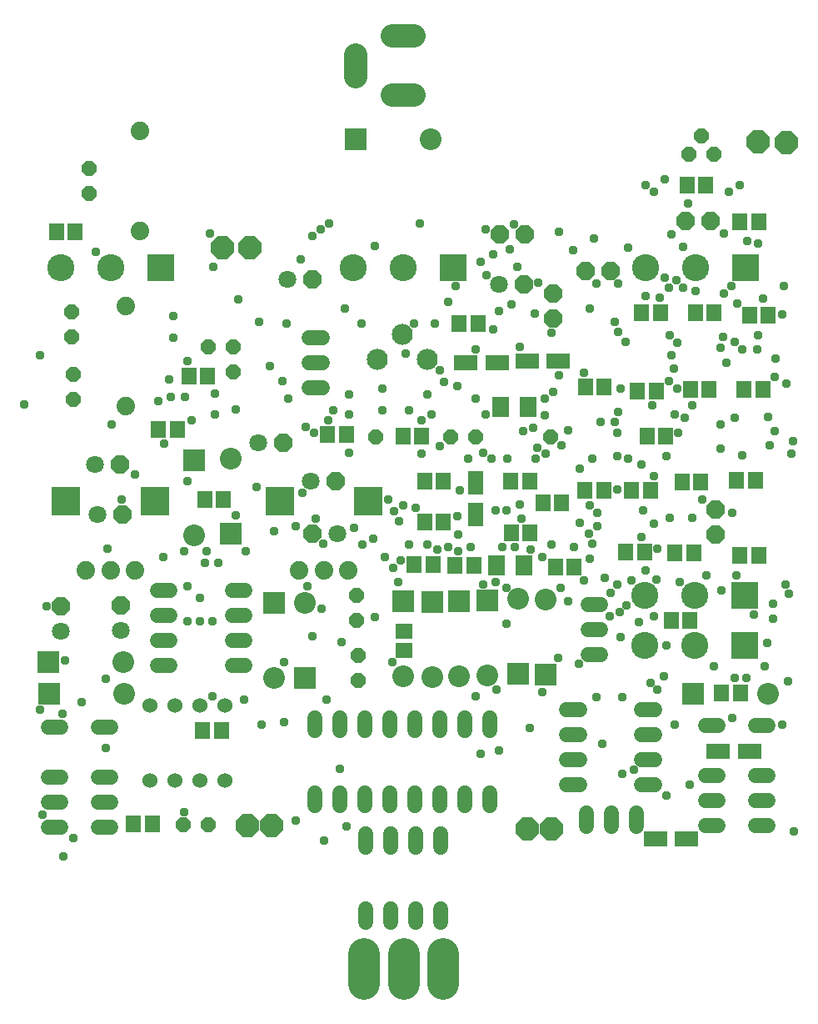
<source format=gbr>
G04 EAGLE Gerber X2 export*
%TF.Part,Single*%
%TF.FileFunction,Soldermask,Bot,1*%
%TF.FilePolarity,Negative*%
%TF.GenerationSoftware,Autodesk,EAGLE,9.0.0*%
%TF.CreationDate,2019-09-03T03:29:10Z*%
G75*
%MOMM*%
%FSLAX34Y34*%
%LPD*%
%AMOC8*
5,1,8,0,0,1.08239X$1,22.5*%
G01*
%ADD10C,1.879600*%
%ADD11R,3.003200X3.003200*%
%ADD12R,2.743200X2.743200*%
%ADD13C,2.743200*%
%ADD14R,1.503200X1.703200*%
%ADD15C,1.803400*%
%ADD16P,1.951982X8X22.500000*%
%ADD17P,1.951982X8X202.500000*%
%ADD18P,1.951982X8X292.500000*%
%ADD19R,2.403200X1.603200*%
%ADD20P,1.951982X8X112.500000*%
%ADD21R,1.603200X2.403200*%
%ADD22R,1.803200X2.003200*%
%ADD23R,1.703200X1.503200*%
%ADD24C,2.203200*%
%ADD25R,2.203200X2.203200*%
%ADD26C,1.524000*%
%ADD27P,2.556822X8X22.500000*%
%ADD28C,1.524000*%
%ADD29P,1.649562X8X22.500000*%
%ADD30C,2.387600*%
%ADD31C,1.511200*%
%ADD32P,1.649562X8X202.500000*%
%ADD33P,1.649562X8X112.500000*%
%ADD34C,2.133600*%
%ADD35R,1.503200X1.803200*%
%ADD36C,3.213100*%
%ADD37P,2.556822X8X382.300000*%
%ADD38P,2.556822X8X382.400000*%
%ADD39C,0.959600*%


D10*
X655850Y425288D03*
X630850Y425288D03*
X605850Y425288D03*
D11*
X585850Y495288D03*
X675850Y495288D03*
D12*
X762043Y732854D03*
D13*
X711243Y732854D03*
X660443Y732854D03*
D14*
X783200Y430200D03*
X764200Y430200D03*
D15*
X593600Y720800D03*
D16*
X619000Y720800D03*
D17*
X1024200Y780400D03*
X998800Y780400D03*
D14*
X481700Y568200D03*
X462700Y568200D03*
D18*
X863600Y706700D03*
X863600Y681300D03*
D14*
X741700Y431200D03*
X722700Y431200D03*
D18*
X1028600Y486700D03*
X1028600Y461300D03*
D15*
X808400Y715800D03*
D16*
X833800Y715800D03*
D19*
X774700Y636400D03*
X806700Y636400D03*
D15*
X424200Y364000D03*
D20*
X424200Y389400D03*
D15*
X644600Y462200D03*
D17*
X619200Y462200D03*
D15*
X617800Y515800D03*
D16*
X643200Y515800D03*
D15*
X564100Y555000D03*
D16*
X589500Y555000D03*
D21*
X785400Y513800D03*
X785400Y481800D03*
D22*
X810400Y591300D03*
X838400Y591300D03*
D14*
X730200Y561200D03*
X711200Y561200D03*
X999800Y816800D03*
X1018800Y816800D03*
X634600Y563300D03*
X653600Y563300D03*
X1072700Y779200D03*
X1053700Y779200D03*
D22*
X806200Y430300D03*
X834200Y430300D03*
D14*
X983800Y374800D03*
X1002800Y374800D03*
D16*
X809800Y766600D03*
X835200Y766600D03*
D23*
X712200Y363300D03*
X712200Y344300D03*
D14*
X959300Y561800D03*
X978300Y561800D03*
D19*
X869300Y637600D03*
X837300Y637600D03*
X1063800Y241600D03*
X1031800Y241600D03*
D14*
X509800Y496800D03*
X528800Y496800D03*
D15*
X400500Y482000D03*
D16*
X425900Y482000D03*
D19*
X967700Y152400D03*
X999700Y152400D03*
D14*
X853300Y493800D03*
X872300Y493800D03*
D16*
X896800Y729600D03*
X922200Y729600D03*
D14*
X768300Y675800D03*
X787300Y675800D03*
D15*
X363200Y363800D03*
D20*
X363200Y389200D03*
D15*
X398200Y532800D03*
D16*
X423600Y532800D03*
D24*
X580500Y315700D03*
D25*
X580500Y391900D03*
D24*
X427700Y300300D03*
D25*
X351500Y300300D03*
D10*
X429500Y693300D03*
X429500Y591700D03*
D24*
X768300Y317900D03*
D25*
X768300Y394100D03*
D24*
X797300Y318500D03*
D25*
X797300Y394700D03*
D24*
X828300Y396300D03*
D25*
X828300Y320100D03*
D24*
X856300Y395700D03*
D25*
X856300Y319500D03*
D24*
X498700Y460900D03*
D25*
X498700Y537100D03*
D24*
X536300Y538500D03*
D25*
X536300Y462300D03*
D24*
X611700Y392300D03*
D25*
X611700Y316100D03*
D24*
X739700Y863300D03*
D25*
X663500Y863300D03*
D24*
X1082100Y300300D03*
D25*
X1005900Y300300D03*
D24*
X711300Y317500D03*
D25*
X711300Y393700D03*
D10*
X443500Y871300D03*
X443500Y769700D03*
D24*
X741300Y317100D03*
D25*
X741300Y393300D03*
D24*
X427300Y332300D03*
D25*
X351100Y332300D03*
D12*
X1058805Y349330D03*
D13*
X1008005Y349330D03*
X957205Y349330D03*
D12*
X1058805Y400130D03*
D13*
X1008005Y400130D03*
X957205Y400130D03*
D12*
X1059183Y732724D03*
D13*
X1008383Y732724D03*
X957583Y732724D03*
D26*
X948092Y178864D02*
X948092Y165656D01*
X922692Y165656D02*
X922692Y178864D01*
X897292Y178864D02*
X897292Y165656D01*
D27*
X555700Y752500D03*
X1072500Y860500D03*
D26*
X550704Y328700D02*
X537496Y328700D01*
X537496Y354100D02*
X550704Y354100D01*
X474504Y354100D02*
X461296Y354100D01*
X461296Y328700D02*
X474504Y328700D01*
X537496Y379500D02*
X550704Y379500D01*
X550704Y404900D02*
X537496Y404900D01*
X474504Y379500D02*
X461296Y379500D01*
X461296Y404900D02*
X474504Y404900D01*
D28*
X453700Y212200D03*
X479100Y212200D03*
X479100Y288400D03*
X453700Y288400D03*
X504500Y212200D03*
X529900Y212200D03*
X504500Y288400D03*
X529900Y288400D03*
D26*
X953996Y208000D02*
X967204Y208000D01*
X967204Y233400D02*
X953996Y233400D01*
X953996Y258800D02*
X967204Y258800D01*
X967204Y284200D02*
X953996Y284200D01*
X891004Y284200D02*
X877796Y284200D01*
X877796Y258800D02*
X891004Y258800D01*
X891004Y233400D02*
X877796Y233400D01*
X877796Y208000D02*
X891004Y208000D01*
D29*
X1001700Y847500D03*
X1014400Y866550D03*
X1027100Y847500D03*
D27*
X527600Y752500D03*
D30*
X663199Y926687D02*
X663199Y948531D01*
X700277Y967609D02*
X722121Y967609D01*
X722121Y907609D02*
X700277Y907609D01*
D31*
X363440Y266100D02*
X350360Y266100D01*
X350360Y215300D02*
X363440Y215300D01*
X363440Y189900D02*
X350360Y189900D01*
X350360Y164500D02*
X363440Y164500D01*
X401160Y164500D02*
X414240Y164500D01*
X414240Y189900D02*
X401160Y189900D01*
X401160Y215300D02*
X414240Y215300D01*
X414240Y266100D02*
X401160Y266100D01*
X1018360Y267500D02*
X1031440Y267500D01*
X1031440Y216700D02*
X1018360Y216700D01*
X1018360Y191300D02*
X1031440Y191300D01*
X1031440Y165900D02*
X1018360Y165900D01*
X1069160Y165900D02*
X1082240Y165900D01*
X1082240Y191300D02*
X1069160Y191300D01*
X1069160Y216700D02*
X1082240Y216700D01*
X1082240Y267500D02*
X1069160Y267500D01*
D32*
X513082Y166809D03*
X487682Y166809D03*
D33*
X392300Y808200D03*
X392300Y833600D03*
X376300Y599200D03*
X376300Y624600D03*
X374300Y662200D03*
X374300Y687600D03*
X665300Y313200D03*
X665300Y338600D03*
X664300Y374200D03*
X664300Y399600D03*
D27*
X1100700Y859500D03*
D34*
X685600Y639600D03*
X711000Y665000D03*
X736400Y639600D03*
D35*
X1014000Y514700D03*
X995000Y514700D03*
X866000Y428800D03*
X885000Y428800D03*
X1027200Y687200D03*
X1008200Y687200D03*
X1022400Y609200D03*
X1003400Y609200D03*
X968600Y607200D03*
X949600Y607200D03*
X972800Y687200D03*
X953800Y687200D03*
D29*
X785300Y560500D03*
X861500Y560500D03*
D32*
X759300Y560500D03*
X683100Y560500D03*
D35*
X1082600Y684700D03*
X1063600Y684700D03*
X1069200Y516700D03*
X1050200Y516700D03*
X752400Y515700D03*
X733400Y515700D03*
X358800Y768800D03*
X377800Y768800D03*
X937600Y443800D03*
X956600Y443800D03*
X962600Y506200D03*
X943600Y506200D03*
X840400Y463700D03*
X821400Y463700D03*
X752400Y474200D03*
X733400Y474200D03*
X1076900Y608700D03*
X1057900Y608700D03*
X507600Y262300D03*
X526600Y262300D03*
X1006800Y442700D03*
X987800Y442700D03*
X915700Y611200D03*
X896700Y611200D03*
X839900Y515700D03*
X820900Y515700D03*
X1054200Y301200D03*
X1035200Y301200D03*
X493700Y622300D03*
X512700Y622300D03*
X1072600Y440200D03*
X1053600Y440200D03*
X915100Y506700D03*
X896100Y506700D03*
X456300Y167700D03*
X437300Y167700D03*
D36*
X752237Y35575D02*
X752237Y5476D01*
X712105Y5476D02*
X712105Y35575D01*
X671973Y35575D02*
X671973Y5476D01*
D26*
X749500Y144296D02*
X749500Y157504D01*
X724100Y157504D02*
X724100Y144296D01*
X724100Y81304D02*
X724100Y68096D01*
X749500Y68096D02*
X749500Y81304D01*
X698700Y144296D02*
X698700Y157504D01*
X673300Y157504D02*
X673300Y144296D01*
X698700Y81304D02*
X698700Y68096D01*
X673300Y68096D02*
X673300Y81304D01*
D27*
X553100Y166500D03*
D37*
X837500Y162500D03*
D26*
X799800Y262296D02*
X799800Y275504D01*
X774400Y275504D02*
X774400Y262296D01*
X647400Y262296D02*
X647400Y275504D01*
X622000Y275504D02*
X622000Y262296D01*
X749000Y262296D02*
X749000Y275504D01*
X723600Y275504D02*
X723600Y262296D01*
X672800Y262296D02*
X672800Y275504D01*
X698200Y275504D02*
X698200Y262296D01*
X622000Y199304D02*
X622000Y186096D01*
X647400Y186096D02*
X647400Y199304D01*
X672800Y199304D02*
X672800Y186096D01*
X698200Y186096D02*
X698200Y199304D01*
X723600Y199304D02*
X723600Y186096D01*
X749000Y186096D02*
X749000Y199304D01*
X774400Y199304D02*
X774400Y186096D01*
X799800Y186096D02*
X799800Y199304D01*
D38*
X577900Y166500D03*
D27*
X862300Y162500D03*
D26*
X628904Y635800D02*
X615696Y635800D01*
X615696Y661200D02*
X628904Y661200D01*
X628904Y610400D02*
X615696Y610400D01*
X898996Y365500D02*
X912204Y365500D01*
X912204Y390900D02*
X898996Y390900D01*
X898996Y340100D02*
X912204Y340100D01*
D33*
X539000Y626400D03*
X539000Y651800D03*
X513600Y651800D03*
D10*
X438838Y425304D03*
X413838Y425304D03*
X388838Y425304D03*
D11*
X368838Y495304D03*
X458838Y495304D03*
D12*
X464975Y732897D03*
D13*
X414175Y732897D03*
X363375Y732897D03*
D39*
X987500Y583750D03*
X978750Y541250D03*
X801250Y538750D03*
X785000Y297500D03*
X1060000Y316250D03*
X1087500Y376250D03*
X518750Y733750D03*
X777500Y538750D03*
X930000Y586250D03*
X895000Y626250D03*
X953750Y532500D03*
X901250Y691250D03*
X785000Y650000D03*
X1098750Y713750D03*
X588750Y617500D03*
X1090000Y640000D03*
X766250Y612500D03*
X768750Y506250D03*
X990000Y610000D03*
X1101250Y615000D03*
X700000Y332500D03*
X618750Y358750D03*
X820000Y751250D03*
X682500Y755000D03*
X932500Y610000D03*
X907500Y716250D03*
X827500Y733750D03*
X816250Y407500D03*
X816250Y371250D03*
X505000Y373750D03*
X505000Y397500D03*
X492500Y408750D03*
X618750Y765000D03*
X792500Y545000D03*
X872500Y552500D03*
X997500Y580000D03*
X926250Y576250D03*
X912500Y576250D03*
X856250Y543750D03*
X767500Y461250D03*
X767500Y445000D03*
X852500Y438750D03*
X1072500Y663750D03*
X1033750Y651250D03*
X1033750Y573750D03*
X901250Y491250D03*
X790000Y738750D03*
X1046250Y483750D03*
X1027500Y327500D03*
X852500Y301250D03*
X790000Y238750D03*
X365000Y280000D03*
X342500Y643750D03*
X565000Y677500D03*
X607500Y741250D03*
X523750Y432500D03*
X766250Y480000D03*
X736250Y603750D03*
X863750Y606250D03*
X520000Y583750D03*
X640000Y587500D03*
X656250Y603750D03*
X931250Y382500D03*
X992500Y413750D03*
X367500Y333750D03*
X840000Y265000D03*
X816250Y486250D03*
X492500Y516250D03*
X785000Y600000D03*
X520000Y605000D03*
X996250Y712500D03*
X981250Y712500D03*
X957500Y703750D03*
X990000Y656250D03*
X937500Y657500D03*
X940000Y752500D03*
X883750Y750000D03*
X972500Y702500D03*
X1037500Y706250D03*
X1037500Y767500D03*
X891250Y528750D03*
X468750Y553750D03*
X878750Y567500D03*
X690000Y587500D03*
X1008750Y708750D03*
X848750Y717500D03*
X845000Y686250D03*
X743750Y676250D03*
X717500Y587500D03*
X713750Y645000D03*
X981250Y617500D03*
X490000Y601250D03*
X595000Y600000D03*
X621250Y565000D03*
X1033750Y548750D03*
X1072500Y757500D03*
X1077500Y701250D03*
X1051250Y696250D03*
X1056250Y650000D03*
X1040000Y636250D03*
X630000Y452500D03*
X987500Y268750D03*
X408750Y315000D03*
X706250Y413750D03*
X736250Y451250D03*
X830000Y492500D03*
X831250Y477500D03*
X670000Y451250D03*
X728750Y777500D03*
X765000Y713750D03*
X823750Y776250D03*
X746250Y446250D03*
X656250Y583750D03*
X740000Y583750D03*
X398750Y748750D03*
X707500Y475000D03*
X511250Y445000D03*
X510000Y432500D03*
X1020000Y420000D03*
X957500Y425000D03*
X903750Y538750D03*
X796250Y725000D03*
X802500Y746250D03*
X928750Y411250D03*
X871250Y407500D03*
X808750Y242500D03*
X408750Y245000D03*
X385000Y291250D03*
X722500Y676250D03*
X541250Y481250D03*
X968750Y416250D03*
X951250Y372500D03*
X682500Y377500D03*
X661250Y468750D03*
X622500Y477500D03*
X608750Y503750D03*
X562500Y510000D03*
X648750Y352500D03*
X903750Y452500D03*
X901250Y437500D03*
X792500Y411250D03*
X475000Y601250D03*
X492500Y373750D03*
X806250Y303750D03*
X1096250Y685000D03*
X1053750Y816250D03*
X957500Y816250D03*
X668750Y676250D03*
X730000Y543750D03*
X635000Y577500D03*
X730000Y577500D03*
X1082500Y581250D03*
X1107500Y556250D03*
X1108750Y160000D03*
X496250Y577500D03*
X376250Y153750D03*
X656250Y545000D03*
X940000Y538750D03*
X870000Y623750D03*
X748750Y628750D03*
X748750Y551250D03*
X1102500Y312500D03*
X966250Y521250D03*
X966250Y472500D03*
X908750Y470000D03*
X890000Y330000D03*
X711250Y491250D03*
X723750Y488750D03*
X702500Y485000D03*
X1036250Y662500D03*
X982500Y478750D03*
X991250Y565000D03*
X1048750Y580000D03*
X701250Y427500D03*
X878750Y393750D03*
X891250Y473750D03*
X953750Y458750D03*
X943750Y415000D03*
X916250Y417500D03*
X885000Y448750D03*
X708750Y435000D03*
X717500Y451250D03*
X752500Y616250D03*
X690000Y610000D03*
X681250Y457500D03*
X1042500Y810000D03*
X966250Y810000D03*
X900000Y462500D03*
X895000Y415000D03*
X805000Y413750D03*
X805000Y486250D03*
X1005000Y478750D03*
X986250Y630000D03*
X830000Y652500D03*
X812500Y448750D03*
X825000Y448750D03*
X978750Y348750D03*
X868750Y336250D03*
X1048750Y316250D03*
X962500Y311250D03*
X938750Y390000D03*
X855000Y600000D03*
X843750Y570000D03*
X612500Y571250D03*
X602500Y470000D03*
X551250Y445000D03*
X567500Y268750D03*
X913750Y248750D03*
X1088750Y621250D03*
X1088750Y566250D03*
X757500Y448750D03*
X780000Y448750D03*
X817500Y538750D03*
X847500Y550000D03*
X862500Y451250D03*
X841250Y446250D03*
X982500Y663750D03*
X983750Y643750D03*
X1103750Y401250D03*
X1071250Y650000D03*
X855000Y582500D03*
X795000Y583750D03*
X926250Y677500D03*
X862500Y666250D03*
X977500Y722500D03*
X930000Y716250D03*
X930000Y667500D03*
X846250Y538750D03*
X921250Y378750D03*
X966250Y378750D03*
X970000Y303750D03*
X576250Y632500D03*
X438750Y522500D03*
X978750Y196250D03*
X821250Y695000D03*
X652500Y691250D03*
X696250Y497500D03*
X692500Y438750D03*
X467500Y438750D03*
X757500Y697500D03*
X543750Y700000D03*
X517500Y373750D03*
X628750Y386250D03*
X1087500Y391250D03*
X488750Y180000D03*
X477500Y661250D03*
X415000Y573750D03*
X488750Y445000D03*
X517500Y297500D03*
X933750Y296250D03*
X933750Y218750D03*
X1001250Y797500D03*
X515000Y767500D03*
X627500Y771250D03*
X795000Y771250D03*
X870000Y768750D03*
X636250Y777500D03*
X592500Y676250D03*
X326250Y593750D03*
X492500Y637500D03*
X473750Y618750D03*
X425000Y497500D03*
X580000Y465000D03*
X647500Y223750D03*
X590000Y332500D03*
X907500Y296250D03*
X1050000Y420000D03*
X1035000Y405000D03*
X1046250Y275000D03*
X1106250Y543750D03*
X1096250Y268750D03*
X946250Y222500D03*
X1083750Y552500D03*
X1078750Y327500D03*
X976250Y317500D03*
X1081250Y351250D03*
X631250Y151250D03*
X541250Y588750D03*
X602500Y171250D03*
X550000Y293750D03*
X348750Y388750D03*
X653750Y165000D03*
X345000Y177500D03*
X366250Y135000D03*
X970000Y447500D03*
X613750Y408750D03*
X1048750Y657500D03*
X1045000Y713750D03*
X996250Y753750D03*
X983750Y766250D03*
X905000Y762500D03*
X833750Y566250D03*
X928750Y541250D03*
X928750Y565000D03*
X462500Y597500D03*
X928750Y507500D03*
X955000Y486250D03*
X908750Y483750D03*
X922500Y402500D03*
X477500Y683750D03*
X411250Y447500D03*
X590000Y271250D03*
X633750Y293750D03*
X1061250Y760000D03*
X808750Y688750D03*
X802500Y670000D03*
X1100000Y411250D03*
X932500Y357500D03*
X1067500Y380000D03*
X1056250Y542500D03*
X342500Y283750D03*
X1002500Y207500D03*
X977500Y822500D03*
X1015000Y497500D03*
X1005000Y592500D03*
X965000Y592500D03*
X988750Y720000D03*
M02*

</source>
